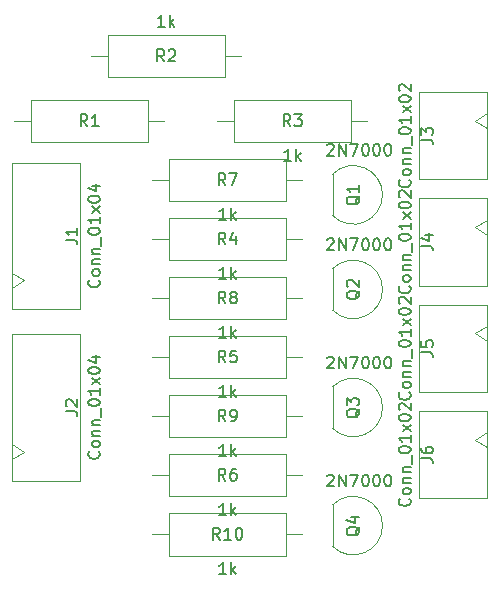
<source format=gbr>
%TF.GenerationSoftware,KiCad,Pcbnew,5.1.10-88a1d61d58~90~ubuntu20.04.1*%
%TF.CreationDate,2022-01-16T22:12:24+00:00*%
%TF.ProjectId,level_shifter,6c657665-6c5f-4736-9869-667465722e6b,rev?*%
%TF.SameCoordinates,Original*%
%TF.FileFunction,Other,Fab,Top*%
%FSLAX46Y46*%
G04 Gerber Fmt 4.6, Leading zero omitted, Abs format (unit mm)*
G04 Created by KiCad (PCBNEW 5.1.10-88a1d61d58~90~ubuntu20.04.1) date 2022-01-16 22:12:24*
%MOMM*%
%LPD*%
G01*
G04 APERTURE LIST*
%ADD10C,0.100000*%
%ADD11C,0.150000*%
G04 APERTURE END LIST*
D10*
%TO.C,R10*%
X125400000Y-103700000D02*
X125400000Y-107300000D01*
X125400000Y-107300000D02*
X135300000Y-107300000D01*
X135300000Y-107300000D02*
X135300000Y-103700000D01*
X135300000Y-103700000D02*
X125400000Y-103700000D01*
X124000000Y-105500000D02*
X125400000Y-105500000D01*
X136700000Y-105500000D02*
X135300000Y-105500000D01*
%TO.C,R9*%
X125400000Y-93700000D02*
X125400000Y-97300000D01*
X125400000Y-97300000D02*
X135300000Y-97300000D01*
X135300000Y-97300000D02*
X135300000Y-93700000D01*
X135300000Y-93700000D02*
X125400000Y-93700000D01*
X124000000Y-95500000D02*
X125400000Y-95500000D01*
X136700000Y-95500000D02*
X135300000Y-95500000D01*
%TO.C,R8*%
X125400000Y-83700000D02*
X125400000Y-87300000D01*
X125400000Y-87300000D02*
X135300000Y-87300000D01*
X135300000Y-87300000D02*
X135300000Y-83700000D01*
X135300000Y-83700000D02*
X125400000Y-83700000D01*
X124000000Y-85500000D02*
X125400000Y-85500000D01*
X136700000Y-85500000D02*
X135300000Y-85500000D01*
%TO.C,R7*%
X125400000Y-73700000D02*
X125400000Y-77300000D01*
X125400000Y-77300000D02*
X135300000Y-77300000D01*
X135300000Y-77300000D02*
X135300000Y-73700000D01*
X135300000Y-73700000D02*
X125400000Y-73700000D01*
X124000000Y-75500000D02*
X125400000Y-75500000D01*
X136700000Y-75500000D02*
X135300000Y-75500000D01*
%TO.C,R6*%
X125400000Y-98700000D02*
X125400000Y-102300000D01*
X125400000Y-102300000D02*
X135300000Y-102300000D01*
X135300000Y-102300000D02*
X135300000Y-98700000D01*
X135300000Y-98700000D02*
X125400000Y-98700000D01*
X124000000Y-100500000D02*
X125400000Y-100500000D01*
X136700000Y-100500000D02*
X135300000Y-100500000D01*
%TO.C,R5*%
X125400000Y-88700000D02*
X125400000Y-92300000D01*
X125400000Y-92300000D02*
X135300000Y-92300000D01*
X135300000Y-92300000D02*
X135300000Y-88700000D01*
X135300000Y-88700000D02*
X125400000Y-88700000D01*
X124000000Y-90500000D02*
X125400000Y-90500000D01*
X136700000Y-90500000D02*
X135300000Y-90500000D01*
%TO.C,R4*%
X125400000Y-78700000D02*
X125400000Y-82300000D01*
X125400000Y-82300000D02*
X135300000Y-82300000D01*
X135300000Y-82300000D02*
X135300000Y-78700000D01*
X135300000Y-78700000D02*
X125400000Y-78700000D01*
X124000000Y-80500000D02*
X125400000Y-80500000D01*
X136700000Y-80500000D02*
X135300000Y-80500000D01*
%TO.C,R3*%
X130900000Y-68700000D02*
X130900000Y-72300000D01*
X130900000Y-72300000D02*
X140800000Y-72300000D01*
X140800000Y-72300000D02*
X140800000Y-68700000D01*
X140800000Y-68700000D02*
X130900000Y-68700000D01*
X129500000Y-70500000D02*
X130900000Y-70500000D01*
X142200000Y-70500000D02*
X140800000Y-70500000D01*
%TO.C,R2*%
X130100000Y-66800000D02*
X130100000Y-63200000D01*
X130100000Y-63200000D02*
X120200000Y-63200000D01*
X120200000Y-63200000D02*
X120200000Y-66800000D01*
X120200000Y-66800000D02*
X130100000Y-66800000D01*
X131500000Y-65000000D02*
X130100000Y-65000000D01*
X118800000Y-65000000D02*
X120200000Y-65000000D01*
%TO.C,R1*%
X123600000Y-72300000D02*
X123600000Y-68700000D01*
X123600000Y-68700000D02*
X113700000Y-68700000D01*
X113700000Y-68700000D02*
X113700000Y-72300000D01*
X113700000Y-72300000D02*
X123600000Y-72300000D01*
X125000000Y-70500000D02*
X123600000Y-70500000D01*
X112300000Y-70500000D02*
X113700000Y-70500000D01*
%TO.C,Q4*%
X139250000Y-103000000D02*
X139250000Y-106500000D01*
X139246375Y-103016375D02*
G75*
G02*
X143480000Y-104770000I1753625J-1753625D01*
G01*
X139246375Y-106523625D02*
G75*
G03*
X143480000Y-104770000I1753625J1753625D01*
G01*
%TO.C,Q3*%
X139250000Y-93000000D02*
X139250000Y-96500000D01*
X139246375Y-93016375D02*
G75*
G02*
X143480000Y-94770000I1753625J-1753625D01*
G01*
X139246375Y-96523625D02*
G75*
G03*
X143480000Y-94770000I1753625J1753625D01*
G01*
%TO.C,Q2*%
X139250000Y-83000000D02*
X139250000Y-86500000D01*
X139246375Y-83016375D02*
G75*
G02*
X143480000Y-84770000I1753625J-1753625D01*
G01*
X139246375Y-86523625D02*
G75*
G03*
X143480000Y-84770000I1753625J1753625D01*
G01*
%TO.C,Q1*%
X139250000Y-75000000D02*
X139250000Y-78500000D01*
X139246375Y-75016375D02*
G75*
G02*
X143480000Y-76770000I1753625J-1753625D01*
G01*
X139246375Y-78523625D02*
G75*
G03*
X143480000Y-76770000I1753625J1753625D01*
G01*
%TO.C,J6*%
X152350000Y-95050000D02*
X146600000Y-95050000D01*
X146600000Y-95050000D02*
X146600000Y-102450000D01*
X146600000Y-102450000D02*
X152350000Y-102450000D01*
X152350000Y-102450000D02*
X152350000Y-95050000D01*
X152350000Y-96875000D02*
X151350000Y-97500000D01*
X151350000Y-97500000D02*
X152350000Y-98125000D01*
%TO.C,J5*%
X152350000Y-86050000D02*
X146600000Y-86050000D01*
X146600000Y-86050000D02*
X146600000Y-93450000D01*
X146600000Y-93450000D02*
X152350000Y-93450000D01*
X152350000Y-93450000D02*
X152350000Y-86050000D01*
X152350000Y-87875000D02*
X151350000Y-88500000D01*
X151350000Y-88500000D02*
X152350000Y-89125000D01*
%TO.C,J4*%
X152350000Y-77050000D02*
X146600000Y-77050000D01*
X146600000Y-77050000D02*
X146600000Y-84450000D01*
X146600000Y-84450000D02*
X152350000Y-84450000D01*
X152350000Y-84450000D02*
X152350000Y-77050000D01*
X152350000Y-78875000D02*
X151350000Y-79500000D01*
X151350000Y-79500000D02*
X152350000Y-80125000D01*
%TO.C,J3*%
X152350000Y-68050000D02*
X146600000Y-68050000D01*
X146600000Y-68050000D02*
X146600000Y-75450000D01*
X146600000Y-75450000D02*
X152350000Y-75450000D01*
X152350000Y-75450000D02*
X152350000Y-68050000D01*
X152350000Y-69875000D02*
X151350000Y-70500000D01*
X151350000Y-70500000D02*
X152350000Y-71125000D01*
%TO.C,J2*%
X112150000Y-100950000D02*
X117900000Y-100950000D01*
X117900000Y-100950000D02*
X117900000Y-88550000D01*
X117900000Y-88550000D02*
X112150000Y-88550000D01*
X112150000Y-88550000D02*
X112150000Y-100950000D01*
X112150000Y-99125000D02*
X113150000Y-98500000D01*
X113150000Y-98500000D02*
X112150000Y-97875000D01*
%TO.C,J1*%
X112150000Y-86450000D02*
X117900000Y-86450000D01*
X117900000Y-86450000D02*
X117900000Y-74050000D01*
X117900000Y-74050000D02*
X112150000Y-74050000D01*
X112150000Y-74050000D02*
X112150000Y-86450000D01*
X112150000Y-84625000D02*
X113150000Y-84000000D01*
X113150000Y-84000000D02*
X112150000Y-83375000D01*
%TD*%
%TO.C,R10*%
D11*
X130230952Y-108872380D02*
X129659523Y-108872380D01*
X129945238Y-108872380D02*
X129945238Y-107872380D01*
X129850000Y-108015238D01*
X129754761Y-108110476D01*
X129659523Y-108158095D01*
X130659523Y-108872380D02*
X130659523Y-107872380D01*
X130754761Y-108491428D02*
X131040476Y-108872380D01*
X131040476Y-108205714D02*
X130659523Y-108586666D01*
X129707142Y-105952380D02*
X129373809Y-105476190D01*
X129135714Y-105952380D02*
X129135714Y-104952380D01*
X129516666Y-104952380D01*
X129611904Y-105000000D01*
X129659523Y-105047619D01*
X129707142Y-105142857D01*
X129707142Y-105285714D01*
X129659523Y-105380952D01*
X129611904Y-105428571D01*
X129516666Y-105476190D01*
X129135714Y-105476190D01*
X130659523Y-105952380D02*
X130088095Y-105952380D01*
X130373809Y-105952380D02*
X130373809Y-104952380D01*
X130278571Y-105095238D01*
X130183333Y-105190476D01*
X130088095Y-105238095D01*
X131278571Y-104952380D02*
X131373809Y-104952380D01*
X131469047Y-105000000D01*
X131516666Y-105047619D01*
X131564285Y-105142857D01*
X131611904Y-105333333D01*
X131611904Y-105571428D01*
X131564285Y-105761904D01*
X131516666Y-105857142D01*
X131469047Y-105904761D01*
X131373809Y-105952380D01*
X131278571Y-105952380D01*
X131183333Y-105904761D01*
X131135714Y-105857142D01*
X131088095Y-105761904D01*
X131040476Y-105571428D01*
X131040476Y-105333333D01*
X131088095Y-105142857D01*
X131135714Y-105047619D01*
X131183333Y-105000000D01*
X131278571Y-104952380D01*
%TO.C,R9*%
X130230952Y-98872380D02*
X129659523Y-98872380D01*
X129945238Y-98872380D02*
X129945238Y-97872380D01*
X129850000Y-98015238D01*
X129754761Y-98110476D01*
X129659523Y-98158095D01*
X130659523Y-98872380D02*
X130659523Y-97872380D01*
X130754761Y-98491428D02*
X131040476Y-98872380D01*
X131040476Y-98205714D02*
X130659523Y-98586666D01*
X130183333Y-95952380D02*
X129850000Y-95476190D01*
X129611904Y-95952380D02*
X129611904Y-94952380D01*
X129992857Y-94952380D01*
X130088095Y-95000000D01*
X130135714Y-95047619D01*
X130183333Y-95142857D01*
X130183333Y-95285714D01*
X130135714Y-95380952D01*
X130088095Y-95428571D01*
X129992857Y-95476190D01*
X129611904Y-95476190D01*
X130659523Y-95952380D02*
X130850000Y-95952380D01*
X130945238Y-95904761D01*
X130992857Y-95857142D01*
X131088095Y-95714285D01*
X131135714Y-95523809D01*
X131135714Y-95142857D01*
X131088095Y-95047619D01*
X131040476Y-95000000D01*
X130945238Y-94952380D01*
X130754761Y-94952380D01*
X130659523Y-95000000D01*
X130611904Y-95047619D01*
X130564285Y-95142857D01*
X130564285Y-95380952D01*
X130611904Y-95476190D01*
X130659523Y-95523809D01*
X130754761Y-95571428D01*
X130945238Y-95571428D01*
X131040476Y-95523809D01*
X131088095Y-95476190D01*
X131135714Y-95380952D01*
%TO.C,R8*%
X130230952Y-88872380D02*
X129659523Y-88872380D01*
X129945238Y-88872380D02*
X129945238Y-87872380D01*
X129850000Y-88015238D01*
X129754761Y-88110476D01*
X129659523Y-88158095D01*
X130659523Y-88872380D02*
X130659523Y-87872380D01*
X130754761Y-88491428D02*
X131040476Y-88872380D01*
X131040476Y-88205714D02*
X130659523Y-88586666D01*
X130183333Y-85952380D02*
X129850000Y-85476190D01*
X129611904Y-85952380D02*
X129611904Y-84952380D01*
X129992857Y-84952380D01*
X130088095Y-85000000D01*
X130135714Y-85047619D01*
X130183333Y-85142857D01*
X130183333Y-85285714D01*
X130135714Y-85380952D01*
X130088095Y-85428571D01*
X129992857Y-85476190D01*
X129611904Y-85476190D01*
X130754761Y-85380952D02*
X130659523Y-85333333D01*
X130611904Y-85285714D01*
X130564285Y-85190476D01*
X130564285Y-85142857D01*
X130611904Y-85047619D01*
X130659523Y-85000000D01*
X130754761Y-84952380D01*
X130945238Y-84952380D01*
X131040476Y-85000000D01*
X131088095Y-85047619D01*
X131135714Y-85142857D01*
X131135714Y-85190476D01*
X131088095Y-85285714D01*
X131040476Y-85333333D01*
X130945238Y-85380952D01*
X130754761Y-85380952D01*
X130659523Y-85428571D01*
X130611904Y-85476190D01*
X130564285Y-85571428D01*
X130564285Y-85761904D01*
X130611904Y-85857142D01*
X130659523Y-85904761D01*
X130754761Y-85952380D01*
X130945238Y-85952380D01*
X131040476Y-85904761D01*
X131088095Y-85857142D01*
X131135714Y-85761904D01*
X131135714Y-85571428D01*
X131088095Y-85476190D01*
X131040476Y-85428571D01*
X130945238Y-85380952D01*
%TO.C,R7*%
X130230952Y-78872380D02*
X129659523Y-78872380D01*
X129945238Y-78872380D02*
X129945238Y-77872380D01*
X129850000Y-78015238D01*
X129754761Y-78110476D01*
X129659523Y-78158095D01*
X130659523Y-78872380D02*
X130659523Y-77872380D01*
X130754761Y-78491428D02*
X131040476Y-78872380D01*
X131040476Y-78205714D02*
X130659523Y-78586666D01*
X130183333Y-75952380D02*
X129850000Y-75476190D01*
X129611904Y-75952380D02*
X129611904Y-74952380D01*
X129992857Y-74952380D01*
X130088095Y-75000000D01*
X130135714Y-75047619D01*
X130183333Y-75142857D01*
X130183333Y-75285714D01*
X130135714Y-75380952D01*
X130088095Y-75428571D01*
X129992857Y-75476190D01*
X129611904Y-75476190D01*
X130516666Y-74952380D02*
X131183333Y-74952380D01*
X130754761Y-75952380D01*
%TO.C,R6*%
X130230952Y-103872380D02*
X129659523Y-103872380D01*
X129945238Y-103872380D02*
X129945238Y-102872380D01*
X129850000Y-103015238D01*
X129754761Y-103110476D01*
X129659523Y-103158095D01*
X130659523Y-103872380D02*
X130659523Y-102872380D01*
X130754761Y-103491428D02*
X131040476Y-103872380D01*
X131040476Y-103205714D02*
X130659523Y-103586666D01*
X130183333Y-100952380D02*
X129850000Y-100476190D01*
X129611904Y-100952380D02*
X129611904Y-99952380D01*
X129992857Y-99952380D01*
X130088095Y-100000000D01*
X130135714Y-100047619D01*
X130183333Y-100142857D01*
X130183333Y-100285714D01*
X130135714Y-100380952D01*
X130088095Y-100428571D01*
X129992857Y-100476190D01*
X129611904Y-100476190D01*
X131040476Y-99952380D02*
X130850000Y-99952380D01*
X130754761Y-100000000D01*
X130707142Y-100047619D01*
X130611904Y-100190476D01*
X130564285Y-100380952D01*
X130564285Y-100761904D01*
X130611904Y-100857142D01*
X130659523Y-100904761D01*
X130754761Y-100952380D01*
X130945238Y-100952380D01*
X131040476Y-100904761D01*
X131088095Y-100857142D01*
X131135714Y-100761904D01*
X131135714Y-100523809D01*
X131088095Y-100428571D01*
X131040476Y-100380952D01*
X130945238Y-100333333D01*
X130754761Y-100333333D01*
X130659523Y-100380952D01*
X130611904Y-100428571D01*
X130564285Y-100523809D01*
%TO.C,R5*%
X130230952Y-93872380D02*
X129659523Y-93872380D01*
X129945238Y-93872380D02*
X129945238Y-92872380D01*
X129850000Y-93015238D01*
X129754761Y-93110476D01*
X129659523Y-93158095D01*
X130659523Y-93872380D02*
X130659523Y-92872380D01*
X130754761Y-93491428D02*
X131040476Y-93872380D01*
X131040476Y-93205714D02*
X130659523Y-93586666D01*
X130183333Y-90952380D02*
X129850000Y-90476190D01*
X129611904Y-90952380D02*
X129611904Y-89952380D01*
X129992857Y-89952380D01*
X130088095Y-90000000D01*
X130135714Y-90047619D01*
X130183333Y-90142857D01*
X130183333Y-90285714D01*
X130135714Y-90380952D01*
X130088095Y-90428571D01*
X129992857Y-90476190D01*
X129611904Y-90476190D01*
X131088095Y-89952380D02*
X130611904Y-89952380D01*
X130564285Y-90428571D01*
X130611904Y-90380952D01*
X130707142Y-90333333D01*
X130945238Y-90333333D01*
X131040476Y-90380952D01*
X131088095Y-90428571D01*
X131135714Y-90523809D01*
X131135714Y-90761904D01*
X131088095Y-90857142D01*
X131040476Y-90904761D01*
X130945238Y-90952380D01*
X130707142Y-90952380D01*
X130611904Y-90904761D01*
X130564285Y-90857142D01*
%TO.C,R4*%
X130230952Y-83872380D02*
X129659523Y-83872380D01*
X129945238Y-83872380D02*
X129945238Y-82872380D01*
X129850000Y-83015238D01*
X129754761Y-83110476D01*
X129659523Y-83158095D01*
X130659523Y-83872380D02*
X130659523Y-82872380D01*
X130754761Y-83491428D02*
X131040476Y-83872380D01*
X131040476Y-83205714D02*
X130659523Y-83586666D01*
X130183333Y-80952380D02*
X129850000Y-80476190D01*
X129611904Y-80952380D02*
X129611904Y-79952380D01*
X129992857Y-79952380D01*
X130088095Y-80000000D01*
X130135714Y-80047619D01*
X130183333Y-80142857D01*
X130183333Y-80285714D01*
X130135714Y-80380952D01*
X130088095Y-80428571D01*
X129992857Y-80476190D01*
X129611904Y-80476190D01*
X131040476Y-80285714D02*
X131040476Y-80952380D01*
X130802380Y-79904761D02*
X130564285Y-80619047D01*
X131183333Y-80619047D01*
%TO.C,R3*%
X135730952Y-73872380D02*
X135159523Y-73872380D01*
X135445238Y-73872380D02*
X135445238Y-72872380D01*
X135350000Y-73015238D01*
X135254761Y-73110476D01*
X135159523Y-73158095D01*
X136159523Y-73872380D02*
X136159523Y-72872380D01*
X136254761Y-73491428D02*
X136540476Y-73872380D01*
X136540476Y-73205714D02*
X136159523Y-73586666D01*
X135683333Y-70952380D02*
X135350000Y-70476190D01*
X135111904Y-70952380D02*
X135111904Y-69952380D01*
X135492857Y-69952380D01*
X135588095Y-70000000D01*
X135635714Y-70047619D01*
X135683333Y-70142857D01*
X135683333Y-70285714D01*
X135635714Y-70380952D01*
X135588095Y-70428571D01*
X135492857Y-70476190D01*
X135111904Y-70476190D01*
X136016666Y-69952380D02*
X136635714Y-69952380D01*
X136302380Y-70333333D01*
X136445238Y-70333333D01*
X136540476Y-70380952D01*
X136588095Y-70428571D01*
X136635714Y-70523809D01*
X136635714Y-70761904D01*
X136588095Y-70857142D01*
X136540476Y-70904761D01*
X136445238Y-70952380D01*
X136159523Y-70952380D01*
X136064285Y-70904761D01*
X136016666Y-70857142D01*
%TO.C,R2*%
X125030952Y-62532380D02*
X124459523Y-62532380D01*
X124745238Y-62532380D02*
X124745238Y-61532380D01*
X124650000Y-61675238D01*
X124554761Y-61770476D01*
X124459523Y-61818095D01*
X125459523Y-62532380D02*
X125459523Y-61532380D01*
X125554761Y-62151428D02*
X125840476Y-62532380D01*
X125840476Y-61865714D02*
X125459523Y-62246666D01*
X124983333Y-65452380D02*
X124650000Y-64976190D01*
X124411904Y-65452380D02*
X124411904Y-64452380D01*
X124792857Y-64452380D01*
X124888095Y-64500000D01*
X124935714Y-64547619D01*
X124983333Y-64642857D01*
X124983333Y-64785714D01*
X124935714Y-64880952D01*
X124888095Y-64928571D01*
X124792857Y-64976190D01*
X124411904Y-64976190D01*
X125364285Y-64547619D02*
X125411904Y-64500000D01*
X125507142Y-64452380D01*
X125745238Y-64452380D01*
X125840476Y-64500000D01*
X125888095Y-64547619D01*
X125935714Y-64642857D01*
X125935714Y-64738095D01*
X125888095Y-64880952D01*
X125316666Y-65452380D01*
X125935714Y-65452380D01*
%TO.C,R1*%
X118483333Y-70952380D02*
X118150000Y-70476190D01*
X117911904Y-70952380D02*
X117911904Y-69952380D01*
X118292857Y-69952380D01*
X118388095Y-70000000D01*
X118435714Y-70047619D01*
X118483333Y-70142857D01*
X118483333Y-70285714D01*
X118435714Y-70380952D01*
X118388095Y-70428571D01*
X118292857Y-70476190D01*
X117911904Y-70476190D01*
X119435714Y-70952380D02*
X118864285Y-70952380D01*
X119150000Y-70952380D02*
X119150000Y-69952380D01*
X119054761Y-70095238D01*
X118959523Y-70190476D01*
X118864285Y-70238095D01*
%TO.C,Q4*%
X138785714Y-100547619D02*
X138833333Y-100500000D01*
X138928571Y-100452380D01*
X139166666Y-100452380D01*
X139261904Y-100500000D01*
X139309523Y-100547619D01*
X139357142Y-100642857D01*
X139357142Y-100738095D01*
X139309523Y-100880952D01*
X138738095Y-101452380D01*
X139357142Y-101452380D01*
X139785714Y-101452380D02*
X139785714Y-100452380D01*
X140357142Y-101452380D01*
X140357142Y-100452380D01*
X140738095Y-100452380D02*
X141404761Y-100452380D01*
X140976190Y-101452380D01*
X141976190Y-100452380D02*
X142071428Y-100452380D01*
X142166666Y-100500000D01*
X142214285Y-100547619D01*
X142261904Y-100642857D01*
X142309523Y-100833333D01*
X142309523Y-101071428D01*
X142261904Y-101261904D01*
X142214285Y-101357142D01*
X142166666Y-101404761D01*
X142071428Y-101452380D01*
X141976190Y-101452380D01*
X141880952Y-101404761D01*
X141833333Y-101357142D01*
X141785714Y-101261904D01*
X141738095Y-101071428D01*
X141738095Y-100833333D01*
X141785714Y-100642857D01*
X141833333Y-100547619D01*
X141880952Y-100500000D01*
X141976190Y-100452380D01*
X142928571Y-100452380D02*
X143023809Y-100452380D01*
X143119047Y-100500000D01*
X143166666Y-100547619D01*
X143214285Y-100642857D01*
X143261904Y-100833333D01*
X143261904Y-101071428D01*
X143214285Y-101261904D01*
X143166666Y-101357142D01*
X143119047Y-101404761D01*
X143023809Y-101452380D01*
X142928571Y-101452380D01*
X142833333Y-101404761D01*
X142785714Y-101357142D01*
X142738095Y-101261904D01*
X142690476Y-101071428D01*
X142690476Y-100833333D01*
X142738095Y-100642857D01*
X142785714Y-100547619D01*
X142833333Y-100500000D01*
X142928571Y-100452380D01*
X143880952Y-100452380D02*
X143976190Y-100452380D01*
X144071428Y-100500000D01*
X144119047Y-100547619D01*
X144166666Y-100642857D01*
X144214285Y-100833333D01*
X144214285Y-101071428D01*
X144166666Y-101261904D01*
X144119047Y-101357142D01*
X144071428Y-101404761D01*
X143976190Y-101452380D01*
X143880952Y-101452380D01*
X143785714Y-101404761D01*
X143738095Y-101357142D01*
X143690476Y-101261904D01*
X143642857Y-101071428D01*
X143642857Y-100833333D01*
X143690476Y-100642857D01*
X143738095Y-100547619D01*
X143785714Y-100500000D01*
X143880952Y-100452380D01*
X141547619Y-104865238D02*
X141500000Y-104960476D01*
X141404761Y-105055714D01*
X141261904Y-105198571D01*
X141214285Y-105293809D01*
X141214285Y-105389047D01*
X141452380Y-105341428D02*
X141404761Y-105436666D01*
X141309523Y-105531904D01*
X141119047Y-105579523D01*
X140785714Y-105579523D01*
X140595238Y-105531904D01*
X140500000Y-105436666D01*
X140452380Y-105341428D01*
X140452380Y-105150952D01*
X140500000Y-105055714D01*
X140595238Y-104960476D01*
X140785714Y-104912857D01*
X141119047Y-104912857D01*
X141309523Y-104960476D01*
X141404761Y-105055714D01*
X141452380Y-105150952D01*
X141452380Y-105341428D01*
X140785714Y-104055714D02*
X141452380Y-104055714D01*
X140404761Y-104293809D02*
X141119047Y-104531904D01*
X141119047Y-103912857D01*
%TO.C,Q3*%
X138785714Y-90547619D02*
X138833333Y-90500000D01*
X138928571Y-90452380D01*
X139166666Y-90452380D01*
X139261904Y-90500000D01*
X139309523Y-90547619D01*
X139357142Y-90642857D01*
X139357142Y-90738095D01*
X139309523Y-90880952D01*
X138738095Y-91452380D01*
X139357142Y-91452380D01*
X139785714Y-91452380D02*
X139785714Y-90452380D01*
X140357142Y-91452380D01*
X140357142Y-90452380D01*
X140738095Y-90452380D02*
X141404761Y-90452380D01*
X140976190Y-91452380D01*
X141976190Y-90452380D02*
X142071428Y-90452380D01*
X142166666Y-90500000D01*
X142214285Y-90547619D01*
X142261904Y-90642857D01*
X142309523Y-90833333D01*
X142309523Y-91071428D01*
X142261904Y-91261904D01*
X142214285Y-91357142D01*
X142166666Y-91404761D01*
X142071428Y-91452380D01*
X141976190Y-91452380D01*
X141880952Y-91404761D01*
X141833333Y-91357142D01*
X141785714Y-91261904D01*
X141738095Y-91071428D01*
X141738095Y-90833333D01*
X141785714Y-90642857D01*
X141833333Y-90547619D01*
X141880952Y-90500000D01*
X141976190Y-90452380D01*
X142928571Y-90452380D02*
X143023809Y-90452380D01*
X143119047Y-90500000D01*
X143166666Y-90547619D01*
X143214285Y-90642857D01*
X143261904Y-90833333D01*
X143261904Y-91071428D01*
X143214285Y-91261904D01*
X143166666Y-91357142D01*
X143119047Y-91404761D01*
X143023809Y-91452380D01*
X142928571Y-91452380D01*
X142833333Y-91404761D01*
X142785714Y-91357142D01*
X142738095Y-91261904D01*
X142690476Y-91071428D01*
X142690476Y-90833333D01*
X142738095Y-90642857D01*
X142785714Y-90547619D01*
X142833333Y-90500000D01*
X142928571Y-90452380D01*
X143880952Y-90452380D02*
X143976190Y-90452380D01*
X144071428Y-90500000D01*
X144119047Y-90547619D01*
X144166666Y-90642857D01*
X144214285Y-90833333D01*
X144214285Y-91071428D01*
X144166666Y-91261904D01*
X144119047Y-91357142D01*
X144071428Y-91404761D01*
X143976190Y-91452380D01*
X143880952Y-91452380D01*
X143785714Y-91404761D01*
X143738095Y-91357142D01*
X143690476Y-91261904D01*
X143642857Y-91071428D01*
X143642857Y-90833333D01*
X143690476Y-90642857D01*
X143738095Y-90547619D01*
X143785714Y-90500000D01*
X143880952Y-90452380D01*
X141547619Y-94865238D02*
X141500000Y-94960476D01*
X141404761Y-95055714D01*
X141261904Y-95198571D01*
X141214285Y-95293809D01*
X141214285Y-95389047D01*
X141452380Y-95341428D02*
X141404761Y-95436666D01*
X141309523Y-95531904D01*
X141119047Y-95579523D01*
X140785714Y-95579523D01*
X140595238Y-95531904D01*
X140500000Y-95436666D01*
X140452380Y-95341428D01*
X140452380Y-95150952D01*
X140500000Y-95055714D01*
X140595238Y-94960476D01*
X140785714Y-94912857D01*
X141119047Y-94912857D01*
X141309523Y-94960476D01*
X141404761Y-95055714D01*
X141452380Y-95150952D01*
X141452380Y-95341428D01*
X140452380Y-94579523D02*
X140452380Y-93960476D01*
X140833333Y-94293809D01*
X140833333Y-94150952D01*
X140880952Y-94055714D01*
X140928571Y-94008095D01*
X141023809Y-93960476D01*
X141261904Y-93960476D01*
X141357142Y-94008095D01*
X141404761Y-94055714D01*
X141452380Y-94150952D01*
X141452380Y-94436666D01*
X141404761Y-94531904D01*
X141357142Y-94579523D01*
%TO.C,Q2*%
X138785714Y-80547619D02*
X138833333Y-80500000D01*
X138928571Y-80452380D01*
X139166666Y-80452380D01*
X139261904Y-80500000D01*
X139309523Y-80547619D01*
X139357142Y-80642857D01*
X139357142Y-80738095D01*
X139309523Y-80880952D01*
X138738095Y-81452380D01*
X139357142Y-81452380D01*
X139785714Y-81452380D02*
X139785714Y-80452380D01*
X140357142Y-81452380D01*
X140357142Y-80452380D01*
X140738095Y-80452380D02*
X141404761Y-80452380D01*
X140976190Y-81452380D01*
X141976190Y-80452380D02*
X142071428Y-80452380D01*
X142166666Y-80500000D01*
X142214285Y-80547619D01*
X142261904Y-80642857D01*
X142309523Y-80833333D01*
X142309523Y-81071428D01*
X142261904Y-81261904D01*
X142214285Y-81357142D01*
X142166666Y-81404761D01*
X142071428Y-81452380D01*
X141976190Y-81452380D01*
X141880952Y-81404761D01*
X141833333Y-81357142D01*
X141785714Y-81261904D01*
X141738095Y-81071428D01*
X141738095Y-80833333D01*
X141785714Y-80642857D01*
X141833333Y-80547619D01*
X141880952Y-80500000D01*
X141976190Y-80452380D01*
X142928571Y-80452380D02*
X143023809Y-80452380D01*
X143119047Y-80500000D01*
X143166666Y-80547619D01*
X143214285Y-80642857D01*
X143261904Y-80833333D01*
X143261904Y-81071428D01*
X143214285Y-81261904D01*
X143166666Y-81357142D01*
X143119047Y-81404761D01*
X143023809Y-81452380D01*
X142928571Y-81452380D01*
X142833333Y-81404761D01*
X142785714Y-81357142D01*
X142738095Y-81261904D01*
X142690476Y-81071428D01*
X142690476Y-80833333D01*
X142738095Y-80642857D01*
X142785714Y-80547619D01*
X142833333Y-80500000D01*
X142928571Y-80452380D01*
X143880952Y-80452380D02*
X143976190Y-80452380D01*
X144071428Y-80500000D01*
X144119047Y-80547619D01*
X144166666Y-80642857D01*
X144214285Y-80833333D01*
X144214285Y-81071428D01*
X144166666Y-81261904D01*
X144119047Y-81357142D01*
X144071428Y-81404761D01*
X143976190Y-81452380D01*
X143880952Y-81452380D01*
X143785714Y-81404761D01*
X143738095Y-81357142D01*
X143690476Y-81261904D01*
X143642857Y-81071428D01*
X143642857Y-80833333D01*
X143690476Y-80642857D01*
X143738095Y-80547619D01*
X143785714Y-80500000D01*
X143880952Y-80452380D01*
X141547619Y-84865238D02*
X141500000Y-84960476D01*
X141404761Y-85055714D01*
X141261904Y-85198571D01*
X141214285Y-85293809D01*
X141214285Y-85389047D01*
X141452380Y-85341428D02*
X141404761Y-85436666D01*
X141309523Y-85531904D01*
X141119047Y-85579523D01*
X140785714Y-85579523D01*
X140595238Y-85531904D01*
X140500000Y-85436666D01*
X140452380Y-85341428D01*
X140452380Y-85150952D01*
X140500000Y-85055714D01*
X140595238Y-84960476D01*
X140785714Y-84912857D01*
X141119047Y-84912857D01*
X141309523Y-84960476D01*
X141404761Y-85055714D01*
X141452380Y-85150952D01*
X141452380Y-85341428D01*
X140547619Y-84531904D02*
X140500000Y-84484285D01*
X140452380Y-84389047D01*
X140452380Y-84150952D01*
X140500000Y-84055714D01*
X140547619Y-84008095D01*
X140642857Y-83960476D01*
X140738095Y-83960476D01*
X140880952Y-84008095D01*
X141452380Y-84579523D01*
X141452380Y-83960476D01*
%TO.C,Q1*%
X138785714Y-72547619D02*
X138833333Y-72500000D01*
X138928571Y-72452380D01*
X139166666Y-72452380D01*
X139261904Y-72500000D01*
X139309523Y-72547619D01*
X139357142Y-72642857D01*
X139357142Y-72738095D01*
X139309523Y-72880952D01*
X138738095Y-73452380D01*
X139357142Y-73452380D01*
X139785714Y-73452380D02*
X139785714Y-72452380D01*
X140357142Y-73452380D01*
X140357142Y-72452380D01*
X140738095Y-72452380D02*
X141404761Y-72452380D01*
X140976190Y-73452380D01*
X141976190Y-72452380D02*
X142071428Y-72452380D01*
X142166666Y-72500000D01*
X142214285Y-72547619D01*
X142261904Y-72642857D01*
X142309523Y-72833333D01*
X142309523Y-73071428D01*
X142261904Y-73261904D01*
X142214285Y-73357142D01*
X142166666Y-73404761D01*
X142071428Y-73452380D01*
X141976190Y-73452380D01*
X141880952Y-73404761D01*
X141833333Y-73357142D01*
X141785714Y-73261904D01*
X141738095Y-73071428D01*
X141738095Y-72833333D01*
X141785714Y-72642857D01*
X141833333Y-72547619D01*
X141880952Y-72500000D01*
X141976190Y-72452380D01*
X142928571Y-72452380D02*
X143023809Y-72452380D01*
X143119047Y-72500000D01*
X143166666Y-72547619D01*
X143214285Y-72642857D01*
X143261904Y-72833333D01*
X143261904Y-73071428D01*
X143214285Y-73261904D01*
X143166666Y-73357142D01*
X143119047Y-73404761D01*
X143023809Y-73452380D01*
X142928571Y-73452380D01*
X142833333Y-73404761D01*
X142785714Y-73357142D01*
X142738095Y-73261904D01*
X142690476Y-73071428D01*
X142690476Y-72833333D01*
X142738095Y-72642857D01*
X142785714Y-72547619D01*
X142833333Y-72500000D01*
X142928571Y-72452380D01*
X143880952Y-72452380D02*
X143976190Y-72452380D01*
X144071428Y-72500000D01*
X144119047Y-72547619D01*
X144166666Y-72642857D01*
X144214285Y-72833333D01*
X144214285Y-73071428D01*
X144166666Y-73261904D01*
X144119047Y-73357142D01*
X144071428Y-73404761D01*
X143976190Y-73452380D01*
X143880952Y-73452380D01*
X143785714Y-73404761D01*
X143738095Y-73357142D01*
X143690476Y-73261904D01*
X143642857Y-73071428D01*
X143642857Y-72833333D01*
X143690476Y-72642857D01*
X143738095Y-72547619D01*
X143785714Y-72500000D01*
X143880952Y-72452380D01*
X141547619Y-76865238D02*
X141500000Y-76960476D01*
X141404761Y-77055714D01*
X141261904Y-77198571D01*
X141214285Y-77293809D01*
X141214285Y-77389047D01*
X141452380Y-77341428D02*
X141404761Y-77436666D01*
X141309523Y-77531904D01*
X141119047Y-77579523D01*
X140785714Y-77579523D01*
X140595238Y-77531904D01*
X140500000Y-77436666D01*
X140452380Y-77341428D01*
X140452380Y-77150952D01*
X140500000Y-77055714D01*
X140595238Y-76960476D01*
X140785714Y-76912857D01*
X141119047Y-76912857D01*
X141309523Y-76960476D01*
X141404761Y-77055714D01*
X141452380Y-77150952D01*
X141452380Y-77341428D01*
X141452380Y-75960476D02*
X141452380Y-76531904D01*
X141452380Y-76246190D02*
X140452380Y-76246190D01*
X140595238Y-76341428D01*
X140690476Y-76436666D01*
X140738095Y-76531904D01*
%TO.C,J6*%
X145757142Y-102488095D02*
X145804761Y-102535714D01*
X145852380Y-102678571D01*
X145852380Y-102773809D01*
X145804761Y-102916666D01*
X145709523Y-103011904D01*
X145614285Y-103059523D01*
X145423809Y-103107142D01*
X145280952Y-103107142D01*
X145090476Y-103059523D01*
X144995238Y-103011904D01*
X144900000Y-102916666D01*
X144852380Y-102773809D01*
X144852380Y-102678571D01*
X144900000Y-102535714D01*
X144947619Y-102488095D01*
X145852380Y-101916666D02*
X145804761Y-102011904D01*
X145757142Y-102059523D01*
X145661904Y-102107142D01*
X145376190Y-102107142D01*
X145280952Y-102059523D01*
X145233333Y-102011904D01*
X145185714Y-101916666D01*
X145185714Y-101773809D01*
X145233333Y-101678571D01*
X145280952Y-101630952D01*
X145376190Y-101583333D01*
X145661904Y-101583333D01*
X145757142Y-101630952D01*
X145804761Y-101678571D01*
X145852380Y-101773809D01*
X145852380Y-101916666D01*
X145185714Y-101154761D02*
X145852380Y-101154761D01*
X145280952Y-101154761D02*
X145233333Y-101107142D01*
X145185714Y-101011904D01*
X145185714Y-100869047D01*
X145233333Y-100773809D01*
X145328571Y-100726190D01*
X145852380Y-100726190D01*
X145185714Y-100250000D02*
X145852380Y-100250000D01*
X145280952Y-100250000D02*
X145233333Y-100202380D01*
X145185714Y-100107142D01*
X145185714Y-99964285D01*
X145233333Y-99869047D01*
X145328571Y-99821428D01*
X145852380Y-99821428D01*
X145947619Y-99583333D02*
X145947619Y-98821428D01*
X144852380Y-98392857D02*
X144852380Y-98297619D01*
X144900000Y-98202380D01*
X144947619Y-98154761D01*
X145042857Y-98107142D01*
X145233333Y-98059523D01*
X145471428Y-98059523D01*
X145661904Y-98107142D01*
X145757142Y-98154761D01*
X145804761Y-98202380D01*
X145852380Y-98297619D01*
X145852380Y-98392857D01*
X145804761Y-98488095D01*
X145757142Y-98535714D01*
X145661904Y-98583333D01*
X145471428Y-98630952D01*
X145233333Y-98630952D01*
X145042857Y-98583333D01*
X144947619Y-98535714D01*
X144900000Y-98488095D01*
X144852380Y-98392857D01*
X145852380Y-97107142D02*
X145852380Y-97678571D01*
X145852380Y-97392857D02*
X144852380Y-97392857D01*
X144995238Y-97488095D01*
X145090476Y-97583333D01*
X145138095Y-97678571D01*
X145852380Y-96773809D02*
X145185714Y-96250000D01*
X145185714Y-96773809D02*
X145852380Y-96250000D01*
X144852380Y-95678571D02*
X144852380Y-95583333D01*
X144900000Y-95488095D01*
X144947619Y-95440476D01*
X145042857Y-95392857D01*
X145233333Y-95345238D01*
X145471428Y-95345238D01*
X145661904Y-95392857D01*
X145757142Y-95440476D01*
X145804761Y-95488095D01*
X145852380Y-95583333D01*
X145852380Y-95678571D01*
X145804761Y-95773809D01*
X145757142Y-95821428D01*
X145661904Y-95869047D01*
X145471428Y-95916666D01*
X145233333Y-95916666D01*
X145042857Y-95869047D01*
X144947619Y-95821428D01*
X144900000Y-95773809D01*
X144852380Y-95678571D01*
X144947619Y-94964285D02*
X144900000Y-94916666D01*
X144852380Y-94821428D01*
X144852380Y-94583333D01*
X144900000Y-94488095D01*
X144947619Y-94440476D01*
X145042857Y-94392857D01*
X145138095Y-94392857D01*
X145280952Y-94440476D01*
X145852380Y-95011904D01*
X145852380Y-94392857D01*
X146752380Y-99083333D02*
X147466666Y-99083333D01*
X147609523Y-99130952D01*
X147704761Y-99226190D01*
X147752380Y-99369047D01*
X147752380Y-99464285D01*
X146752380Y-98178571D02*
X146752380Y-98369047D01*
X146800000Y-98464285D01*
X146847619Y-98511904D01*
X146990476Y-98607142D01*
X147180952Y-98654761D01*
X147561904Y-98654761D01*
X147657142Y-98607142D01*
X147704761Y-98559523D01*
X147752380Y-98464285D01*
X147752380Y-98273809D01*
X147704761Y-98178571D01*
X147657142Y-98130952D01*
X147561904Y-98083333D01*
X147323809Y-98083333D01*
X147228571Y-98130952D01*
X147180952Y-98178571D01*
X147133333Y-98273809D01*
X147133333Y-98464285D01*
X147180952Y-98559523D01*
X147228571Y-98607142D01*
X147323809Y-98654761D01*
%TO.C,J5*%
X145757142Y-93488095D02*
X145804761Y-93535714D01*
X145852380Y-93678571D01*
X145852380Y-93773809D01*
X145804761Y-93916666D01*
X145709523Y-94011904D01*
X145614285Y-94059523D01*
X145423809Y-94107142D01*
X145280952Y-94107142D01*
X145090476Y-94059523D01*
X144995238Y-94011904D01*
X144900000Y-93916666D01*
X144852380Y-93773809D01*
X144852380Y-93678571D01*
X144900000Y-93535714D01*
X144947619Y-93488095D01*
X145852380Y-92916666D02*
X145804761Y-93011904D01*
X145757142Y-93059523D01*
X145661904Y-93107142D01*
X145376190Y-93107142D01*
X145280952Y-93059523D01*
X145233333Y-93011904D01*
X145185714Y-92916666D01*
X145185714Y-92773809D01*
X145233333Y-92678571D01*
X145280952Y-92630952D01*
X145376190Y-92583333D01*
X145661904Y-92583333D01*
X145757142Y-92630952D01*
X145804761Y-92678571D01*
X145852380Y-92773809D01*
X145852380Y-92916666D01*
X145185714Y-92154761D02*
X145852380Y-92154761D01*
X145280952Y-92154761D02*
X145233333Y-92107142D01*
X145185714Y-92011904D01*
X145185714Y-91869047D01*
X145233333Y-91773809D01*
X145328571Y-91726190D01*
X145852380Y-91726190D01*
X145185714Y-91250000D02*
X145852380Y-91250000D01*
X145280952Y-91250000D02*
X145233333Y-91202380D01*
X145185714Y-91107142D01*
X145185714Y-90964285D01*
X145233333Y-90869047D01*
X145328571Y-90821428D01*
X145852380Y-90821428D01*
X145947619Y-90583333D02*
X145947619Y-89821428D01*
X144852380Y-89392857D02*
X144852380Y-89297619D01*
X144900000Y-89202380D01*
X144947619Y-89154761D01*
X145042857Y-89107142D01*
X145233333Y-89059523D01*
X145471428Y-89059523D01*
X145661904Y-89107142D01*
X145757142Y-89154761D01*
X145804761Y-89202380D01*
X145852380Y-89297619D01*
X145852380Y-89392857D01*
X145804761Y-89488095D01*
X145757142Y-89535714D01*
X145661904Y-89583333D01*
X145471428Y-89630952D01*
X145233333Y-89630952D01*
X145042857Y-89583333D01*
X144947619Y-89535714D01*
X144900000Y-89488095D01*
X144852380Y-89392857D01*
X145852380Y-88107142D02*
X145852380Y-88678571D01*
X145852380Y-88392857D02*
X144852380Y-88392857D01*
X144995238Y-88488095D01*
X145090476Y-88583333D01*
X145138095Y-88678571D01*
X145852380Y-87773809D02*
X145185714Y-87250000D01*
X145185714Y-87773809D02*
X145852380Y-87250000D01*
X144852380Y-86678571D02*
X144852380Y-86583333D01*
X144900000Y-86488095D01*
X144947619Y-86440476D01*
X145042857Y-86392857D01*
X145233333Y-86345238D01*
X145471428Y-86345238D01*
X145661904Y-86392857D01*
X145757142Y-86440476D01*
X145804761Y-86488095D01*
X145852380Y-86583333D01*
X145852380Y-86678571D01*
X145804761Y-86773809D01*
X145757142Y-86821428D01*
X145661904Y-86869047D01*
X145471428Y-86916666D01*
X145233333Y-86916666D01*
X145042857Y-86869047D01*
X144947619Y-86821428D01*
X144900000Y-86773809D01*
X144852380Y-86678571D01*
X144947619Y-85964285D02*
X144900000Y-85916666D01*
X144852380Y-85821428D01*
X144852380Y-85583333D01*
X144900000Y-85488095D01*
X144947619Y-85440476D01*
X145042857Y-85392857D01*
X145138095Y-85392857D01*
X145280952Y-85440476D01*
X145852380Y-86011904D01*
X145852380Y-85392857D01*
X146752380Y-90083333D02*
X147466666Y-90083333D01*
X147609523Y-90130952D01*
X147704761Y-90226190D01*
X147752380Y-90369047D01*
X147752380Y-90464285D01*
X146752380Y-89130952D02*
X146752380Y-89607142D01*
X147228571Y-89654761D01*
X147180952Y-89607142D01*
X147133333Y-89511904D01*
X147133333Y-89273809D01*
X147180952Y-89178571D01*
X147228571Y-89130952D01*
X147323809Y-89083333D01*
X147561904Y-89083333D01*
X147657142Y-89130952D01*
X147704761Y-89178571D01*
X147752380Y-89273809D01*
X147752380Y-89511904D01*
X147704761Y-89607142D01*
X147657142Y-89654761D01*
%TO.C,J4*%
X145757142Y-84488095D02*
X145804761Y-84535714D01*
X145852380Y-84678571D01*
X145852380Y-84773809D01*
X145804761Y-84916666D01*
X145709523Y-85011904D01*
X145614285Y-85059523D01*
X145423809Y-85107142D01*
X145280952Y-85107142D01*
X145090476Y-85059523D01*
X144995238Y-85011904D01*
X144900000Y-84916666D01*
X144852380Y-84773809D01*
X144852380Y-84678571D01*
X144900000Y-84535714D01*
X144947619Y-84488095D01*
X145852380Y-83916666D02*
X145804761Y-84011904D01*
X145757142Y-84059523D01*
X145661904Y-84107142D01*
X145376190Y-84107142D01*
X145280952Y-84059523D01*
X145233333Y-84011904D01*
X145185714Y-83916666D01*
X145185714Y-83773809D01*
X145233333Y-83678571D01*
X145280952Y-83630952D01*
X145376190Y-83583333D01*
X145661904Y-83583333D01*
X145757142Y-83630952D01*
X145804761Y-83678571D01*
X145852380Y-83773809D01*
X145852380Y-83916666D01*
X145185714Y-83154761D02*
X145852380Y-83154761D01*
X145280952Y-83154761D02*
X145233333Y-83107142D01*
X145185714Y-83011904D01*
X145185714Y-82869047D01*
X145233333Y-82773809D01*
X145328571Y-82726190D01*
X145852380Y-82726190D01*
X145185714Y-82250000D02*
X145852380Y-82250000D01*
X145280952Y-82250000D02*
X145233333Y-82202380D01*
X145185714Y-82107142D01*
X145185714Y-81964285D01*
X145233333Y-81869047D01*
X145328571Y-81821428D01*
X145852380Y-81821428D01*
X145947619Y-81583333D02*
X145947619Y-80821428D01*
X144852380Y-80392857D02*
X144852380Y-80297619D01*
X144900000Y-80202380D01*
X144947619Y-80154761D01*
X145042857Y-80107142D01*
X145233333Y-80059523D01*
X145471428Y-80059523D01*
X145661904Y-80107142D01*
X145757142Y-80154761D01*
X145804761Y-80202380D01*
X145852380Y-80297619D01*
X145852380Y-80392857D01*
X145804761Y-80488095D01*
X145757142Y-80535714D01*
X145661904Y-80583333D01*
X145471428Y-80630952D01*
X145233333Y-80630952D01*
X145042857Y-80583333D01*
X144947619Y-80535714D01*
X144900000Y-80488095D01*
X144852380Y-80392857D01*
X145852380Y-79107142D02*
X145852380Y-79678571D01*
X145852380Y-79392857D02*
X144852380Y-79392857D01*
X144995238Y-79488095D01*
X145090476Y-79583333D01*
X145138095Y-79678571D01*
X145852380Y-78773809D02*
X145185714Y-78250000D01*
X145185714Y-78773809D02*
X145852380Y-78250000D01*
X144852380Y-77678571D02*
X144852380Y-77583333D01*
X144900000Y-77488095D01*
X144947619Y-77440476D01*
X145042857Y-77392857D01*
X145233333Y-77345238D01*
X145471428Y-77345238D01*
X145661904Y-77392857D01*
X145757142Y-77440476D01*
X145804761Y-77488095D01*
X145852380Y-77583333D01*
X145852380Y-77678571D01*
X145804761Y-77773809D01*
X145757142Y-77821428D01*
X145661904Y-77869047D01*
X145471428Y-77916666D01*
X145233333Y-77916666D01*
X145042857Y-77869047D01*
X144947619Y-77821428D01*
X144900000Y-77773809D01*
X144852380Y-77678571D01*
X144947619Y-76964285D02*
X144900000Y-76916666D01*
X144852380Y-76821428D01*
X144852380Y-76583333D01*
X144900000Y-76488095D01*
X144947619Y-76440476D01*
X145042857Y-76392857D01*
X145138095Y-76392857D01*
X145280952Y-76440476D01*
X145852380Y-77011904D01*
X145852380Y-76392857D01*
X146752380Y-81083333D02*
X147466666Y-81083333D01*
X147609523Y-81130952D01*
X147704761Y-81226190D01*
X147752380Y-81369047D01*
X147752380Y-81464285D01*
X147085714Y-80178571D02*
X147752380Y-80178571D01*
X146704761Y-80416666D02*
X147419047Y-80654761D01*
X147419047Y-80035714D01*
%TO.C,J3*%
X145757142Y-75488095D02*
X145804761Y-75535714D01*
X145852380Y-75678571D01*
X145852380Y-75773809D01*
X145804761Y-75916666D01*
X145709523Y-76011904D01*
X145614285Y-76059523D01*
X145423809Y-76107142D01*
X145280952Y-76107142D01*
X145090476Y-76059523D01*
X144995238Y-76011904D01*
X144900000Y-75916666D01*
X144852380Y-75773809D01*
X144852380Y-75678571D01*
X144900000Y-75535714D01*
X144947619Y-75488095D01*
X145852380Y-74916666D02*
X145804761Y-75011904D01*
X145757142Y-75059523D01*
X145661904Y-75107142D01*
X145376190Y-75107142D01*
X145280952Y-75059523D01*
X145233333Y-75011904D01*
X145185714Y-74916666D01*
X145185714Y-74773809D01*
X145233333Y-74678571D01*
X145280952Y-74630952D01*
X145376190Y-74583333D01*
X145661904Y-74583333D01*
X145757142Y-74630952D01*
X145804761Y-74678571D01*
X145852380Y-74773809D01*
X145852380Y-74916666D01*
X145185714Y-74154761D02*
X145852380Y-74154761D01*
X145280952Y-74154761D02*
X145233333Y-74107142D01*
X145185714Y-74011904D01*
X145185714Y-73869047D01*
X145233333Y-73773809D01*
X145328571Y-73726190D01*
X145852380Y-73726190D01*
X145185714Y-73250000D02*
X145852380Y-73250000D01*
X145280952Y-73250000D02*
X145233333Y-73202380D01*
X145185714Y-73107142D01*
X145185714Y-72964285D01*
X145233333Y-72869047D01*
X145328571Y-72821428D01*
X145852380Y-72821428D01*
X145947619Y-72583333D02*
X145947619Y-71821428D01*
X144852380Y-71392857D02*
X144852380Y-71297619D01*
X144900000Y-71202380D01*
X144947619Y-71154761D01*
X145042857Y-71107142D01*
X145233333Y-71059523D01*
X145471428Y-71059523D01*
X145661904Y-71107142D01*
X145757142Y-71154761D01*
X145804761Y-71202380D01*
X145852380Y-71297619D01*
X145852380Y-71392857D01*
X145804761Y-71488095D01*
X145757142Y-71535714D01*
X145661904Y-71583333D01*
X145471428Y-71630952D01*
X145233333Y-71630952D01*
X145042857Y-71583333D01*
X144947619Y-71535714D01*
X144900000Y-71488095D01*
X144852380Y-71392857D01*
X145852380Y-70107142D02*
X145852380Y-70678571D01*
X145852380Y-70392857D02*
X144852380Y-70392857D01*
X144995238Y-70488095D01*
X145090476Y-70583333D01*
X145138095Y-70678571D01*
X145852380Y-69773809D02*
X145185714Y-69250000D01*
X145185714Y-69773809D02*
X145852380Y-69250000D01*
X144852380Y-68678571D02*
X144852380Y-68583333D01*
X144900000Y-68488095D01*
X144947619Y-68440476D01*
X145042857Y-68392857D01*
X145233333Y-68345238D01*
X145471428Y-68345238D01*
X145661904Y-68392857D01*
X145757142Y-68440476D01*
X145804761Y-68488095D01*
X145852380Y-68583333D01*
X145852380Y-68678571D01*
X145804761Y-68773809D01*
X145757142Y-68821428D01*
X145661904Y-68869047D01*
X145471428Y-68916666D01*
X145233333Y-68916666D01*
X145042857Y-68869047D01*
X144947619Y-68821428D01*
X144900000Y-68773809D01*
X144852380Y-68678571D01*
X144947619Y-67964285D02*
X144900000Y-67916666D01*
X144852380Y-67821428D01*
X144852380Y-67583333D01*
X144900000Y-67488095D01*
X144947619Y-67440476D01*
X145042857Y-67392857D01*
X145138095Y-67392857D01*
X145280952Y-67440476D01*
X145852380Y-68011904D01*
X145852380Y-67392857D01*
X146752380Y-72083333D02*
X147466666Y-72083333D01*
X147609523Y-72130952D01*
X147704761Y-72226190D01*
X147752380Y-72369047D01*
X147752380Y-72464285D01*
X146752380Y-71702380D02*
X146752380Y-71083333D01*
X147133333Y-71416666D01*
X147133333Y-71273809D01*
X147180952Y-71178571D01*
X147228571Y-71130952D01*
X147323809Y-71083333D01*
X147561904Y-71083333D01*
X147657142Y-71130952D01*
X147704761Y-71178571D01*
X147752380Y-71273809D01*
X147752380Y-71559523D01*
X147704761Y-71654761D01*
X147657142Y-71702380D01*
%TO.C,J2*%
X119457142Y-98488095D02*
X119504761Y-98535714D01*
X119552380Y-98678571D01*
X119552380Y-98773809D01*
X119504761Y-98916666D01*
X119409523Y-99011904D01*
X119314285Y-99059523D01*
X119123809Y-99107142D01*
X118980952Y-99107142D01*
X118790476Y-99059523D01*
X118695238Y-99011904D01*
X118600000Y-98916666D01*
X118552380Y-98773809D01*
X118552380Y-98678571D01*
X118600000Y-98535714D01*
X118647619Y-98488095D01*
X119552380Y-97916666D02*
X119504761Y-98011904D01*
X119457142Y-98059523D01*
X119361904Y-98107142D01*
X119076190Y-98107142D01*
X118980952Y-98059523D01*
X118933333Y-98011904D01*
X118885714Y-97916666D01*
X118885714Y-97773809D01*
X118933333Y-97678571D01*
X118980952Y-97630952D01*
X119076190Y-97583333D01*
X119361904Y-97583333D01*
X119457142Y-97630952D01*
X119504761Y-97678571D01*
X119552380Y-97773809D01*
X119552380Y-97916666D01*
X118885714Y-97154761D02*
X119552380Y-97154761D01*
X118980952Y-97154761D02*
X118933333Y-97107142D01*
X118885714Y-97011904D01*
X118885714Y-96869047D01*
X118933333Y-96773809D01*
X119028571Y-96726190D01*
X119552380Y-96726190D01*
X118885714Y-96250000D02*
X119552380Y-96250000D01*
X118980952Y-96250000D02*
X118933333Y-96202380D01*
X118885714Y-96107142D01*
X118885714Y-95964285D01*
X118933333Y-95869047D01*
X119028571Y-95821428D01*
X119552380Y-95821428D01*
X119647619Y-95583333D02*
X119647619Y-94821428D01*
X118552380Y-94392857D02*
X118552380Y-94297619D01*
X118600000Y-94202380D01*
X118647619Y-94154761D01*
X118742857Y-94107142D01*
X118933333Y-94059523D01*
X119171428Y-94059523D01*
X119361904Y-94107142D01*
X119457142Y-94154761D01*
X119504761Y-94202380D01*
X119552380Y-94297619D01*
X119552380Y-94392857D01*
X119504761Y-94488095D01*
X119457142Y-94535714D01*
X119361904Y-94583333D01*
X119171428Y-94630952D01*
X118933333Y-94630952D01*
X118742857Y-94583333D01*
X118647619Y-94535714D01*
X118600000Y-94488095D01*
X118552380Y-94392857D01*
X119552380Y-93107142D02*
X119552380Y-93678571D01*
X119552380Y-93392857D02*
X118552380Y-93392857D01*
X118695238Y-93488095D01*
X118790476Y-93583333D01*
X118838095Y-93678571D01*
X119552380Y-92773809D02*
X118885714Y-92250000D01*
X118885714Y-92773809D02*
X119552380Y-92250000D01*
X118552380Y-91678571D02*
X118552380Y-91583333D01*
X118600000Y-91488095D01*
X118647619Y-91440476D01*
X118742857Y-91392857D01*
X118933333Y-91345238D01*
X119171428Y-91345238D01*
X119361904Y-91392857D01*
X119457142Y-91440476D01*
X119504761Y-91488095D01*
X119552380Y-91583333D01*
X119552380Y-91678571D01*
X119504761Y-91773809D01*
X119457142Y-91821428D01*
X119361904Y-91869047D01*
X119171428Y-91916666D01*
X118933333Y-91916666D01*
X118742857Y-91869047D01*
X118647619Y-91821428D01*
X118600000Y-91773809D01*
X118552380Y-91678571D01*
X118885714Y-90488095D02*
X119552380Y-90488095D01*
X118504761Y-90726190D02*
X119219047Y-90964285D01*
X119219047Y-90345238D01*
X116652380Y-95083333D02*
X117366666Y-95083333D01*
X117509523Y-95130952D01*
X117604761Y-95226190D01*
X117652380Y-95369047D01*
X117652380Y-95464285D01*
X116747619Y-94654761D02*
X116700000Y-94607142D01*
X116652380Y-94511904D01*
X116652380Y-94273809D01*
X116700000Y-94178571D01*
X116747619Y-94130952D01*
X116842857Y-94083333D01*
X116938095Y-94083333D01*
X117080952Y-94130952D01*
X117652380Y-94702380D01*
X117652380Y-94083333D01*
%TO.C,J1*%
X119457142Y-83988095D02*
X119504761Y-84035714D01*
X119552380Y-84178571D01*
X119552380Y-84273809D01*
X119504761Y-84416666D01*
X119409523Y-84511904D01*
X119314285Y-84559523D01*
X119123809Y-84607142D01*
X118980952Y-84607142D01*
X118790476Y-84559523D01*
X118695238Y-84511904D01*
X118600000Y-84416666D01*
X118552380Y-84273809D01*
X118552380Y-84178571D01*
X118600000Y-84035714D01*
X118647619Y-83988095D01*
X119552380Y-83416666D02*
X119504761Y-83511904D01*
X119457142Y-83559523D01*
X119361904Y-83607142D01*
X119076190Y-83607142D01*
X118980952Y-83559523D01*
X118933333Y-83511904D01*
X118885714Y-83416666D01*
X118885714Y-83273809D01*
X118933333Y-83178571D01*
X118980952Y-83130952D01*
X119076190Y-83083333D01*
X119361904Y-83083333D01*
X119457142Y-83130952D01*
X119504761Y-83178571D01*
X119552380Y-83273809D01*
X119552380Y-83416666D01*
X118885714Y-82654761D02*
X119552380Y-82654761D01*
X118980952Y-82654761D02*
X118933333Y-82607142D01*
X118885714Y-82511904D01*
X118885714Y-82369047D01*
X118933333Y-82273809D01*
X119028571Y-82226190D01*
X119552380Y-82226190D01*
X118885714Y-81750000D02*
X119552380Y-81750000D01*
X118980952Y-81750000D02*
X118933333Y-81702380D01*
X118885714Y-81607142D01*
X118885714Y-81464285D01*
X118933333Y-81369047D01*
X119028571Y-81321428D01*
X119552380Y-81321428D01*
X119647619Y-81083333D02*
X119647619Y-80321428D01*
X118552380Y-79892857D02*
X118552380Y-79797619D01*
X118600000Y-79702380D01*
X118647619Y-79654761D01*
X118742857Y-79607142D01*
X118933333Y-79559523D01*
X119171428Y-79559523D01*
X119361904Y-79607142D01*
X119457142Y-79654761D01*
X119504761Y-79702380D01*
X119552380Y-79797619D01*
X119552380Y-79892857D01*
X119504761Y-79988095D01*
X119457142Y-80035714D01*
X119361904Y-80083333D01*
X119171428Y-80130952D01*
X118933333Y-80130952D01*
X118742857Y-80083333D01*
X118647619Y-80035714D01*
X118600000Y-79988095D01*
X118552380Y-79892857D01*
X119552380Y-78607142D02*
X119552380Y-79178571D01*
X119552380Y-78892857D02*
X118552380Y-78892857D01*
X118695238Y-78988095D01*
X118790476Y-79083333D01*
X118838095Y-79178571D01*
X119552380Y-78273809D02*
X118885714Y-77750000D01*
X118885714Y-78273809D02*
X119552380Y-77750000D01*
X118552380Y-77178571D02*
X118552380Y-77083333D01*
X118600000Y-76988095D01*
X118647619Y-76940476D01*
X118742857Y-76892857D01*
X118933333Y-76845238D01*
X119171428Y-76845238D01*
X119361904Y-76892857D01*
X119457142Y-76940476D01*
X119504761Y-76988095D01*
X119552380Y-77083333D01*
X119552380Y-77178571D01*
X119504761Y-77273809D01*
X119457142Y-77321428D01*
X119361904Y-77369047D01*
X119171428Y-77416666D01*
X118933333Y-77416666D01*
X118742857Y-77369047D01*
X118647619Y-77321428D01*
X118600000Y-77273809D01*
X118552380Y-77178571D01*
X118885714Y-75988095D02*
X119552380Y-75988095D01*
X118504761Y-76226190D02*
X119219047Y-76464285D01*
X119219047Y-75845238D01*
X116652380Y-80583333D02*
X117366666Y-80583333D01*
X117509523Y-80630952D01*
X117604761Y-80726190D01*
X117652380Y-80869047D01*
X117652380Y-80964285D01*
X117652380Y-79583333D02*
X117652380Y-80154761D01*
X117652380Y-79869047D02*
X116652380Y-79869047D01*
X116795238Y-79964285D01*
X116890476Y-80059523D01*
X116938095Y-80154761D01*
%TD*%
M02*

</source>
